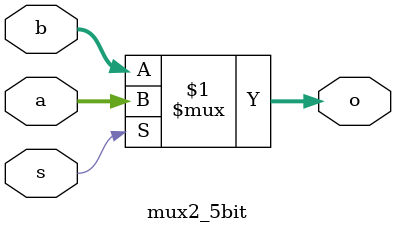
<source format=v>
`timescale 1ns / 1ps
module mux2_5bit(
    input [4:0] a,
    input [4:0] b,
    input s,
    output [4:0] o
    );
assign o =(s)?a:b;


endmodule

</source>
